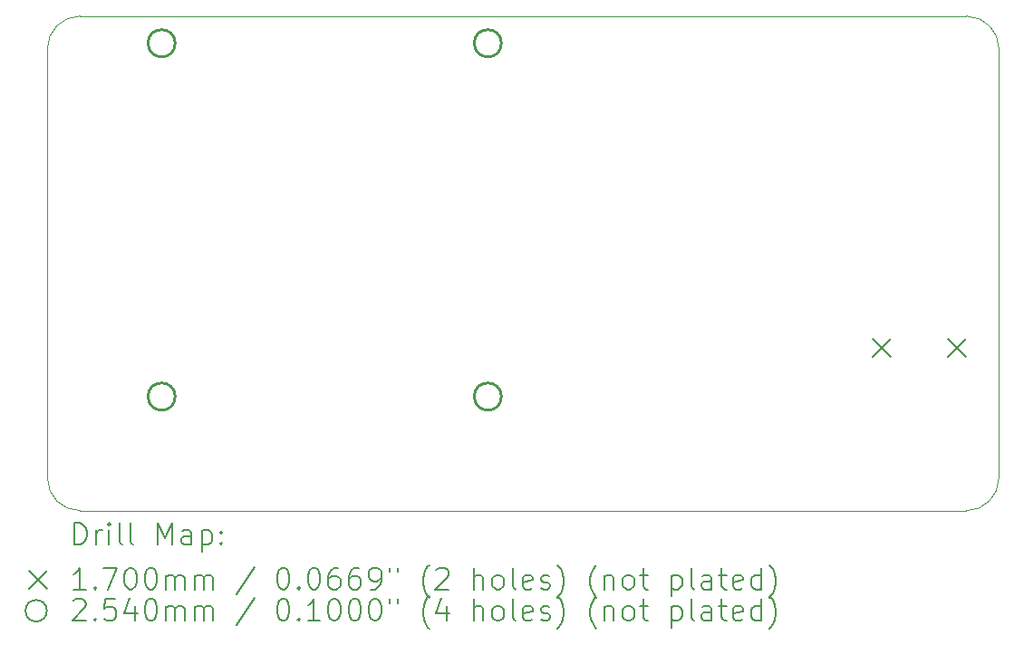
<source format=gbr>
%TF.GenerationSoftware,KiCad,Pcbnew,(6.0.9)*%
%TF.CreationDate,2022-12-29T20:38:57-05:00*%
%TF.ProjectId,led_controller,6c65645f-636f-46e7-9472-6f6c6c65722e,rev?*%
%TF.SameCoordinates,Original*%
%TF.FileFunction,Drillmap*%
%TF.FilePolarity,Positive*%
%FSLAX45Y45*%
G04 Gerber Fmt 4.5, Leading zero omitted, Abs format (unit mm)*
G04 Created by KiCad (PCBNEW (6.0.9)) date 2022-12-29 20:38:57*
%MOMM*%
%LPD*%
G01*
G04 APERTURE LIST*
%ADD10C,0.100000*%
%ADD11C,0.200000*%
%ADD12C,0.170000*%
%ADD13C,0.254000*%
G04 APERTURE END LIST*
D10*
X17907000Y-9017000D02*
X17907000Y-13030200D01*
X9017000Y-13030200D02*
X9017000Y-9017000D01*
X17602200Y-13335000D02*
X9321800Y-13335000D01*
X9321800Y-8712200D02*
G75*
G03*
X9017000Y-9017000I0J-304800D01*
G01*
X9321800Y-8712200D02*
X17602200Y-8712200D01*
X17602200Y-13335000D02*
G75*
G03*
X17907000Y-13030200I0J304800D01*
G01*
X9017000Y-13030200D02*
G75*
G03*
X9321800Y-13335000I304800J0D01*
G01*
X17907000Y-9017000D02*
G75*
G03*
X17602200Y-8712200I-304800J0D01*
G01*
D11*
D12*
X16726250Y-11726000D02*
X16896250Y-11896000D01*
X16896250Y-11726000D02*
X16726250Y-11896000D01*
X17426250Y-11726000D02*
X17596250Y-11896000D01*
X17596250Y-11726000D02*
X17426250Y-11896000D01*
D13*
X10210800Y-8966200D02*
G75*
G03*
X10210800Y-8966200I-127000J0D01*
G01*
X10210800Y-12268200D02*
G75*
G03*
X10210800Y-12268200I-127000J0D01*
G01*
X13258800Y-8966200D02*
G75*
G03*
X13258800Y-8966200I-127000J0D01*
G01*
X13258800Y-12268200D02*
G75*
G03*
X13258800Y-12268200I-127000J0D01*
G01*
D11*
X9269619Y-13650476D02*
X9269619Y-13450476D01*
X9317238Y-13450476D01*
X9345810Y-13460000D01*
X9364857Y-13479048D01*
X9374381Y-13498095D01*
X9383905Y-13536190D01*
X9383905Y-13564762D01*
X9374381Y-13602857D01*
X9364857Y-13621905D01*
X9345810Y-13640952D01*
X9317238Y-13650476D01*
X9269619Y-13650476D01*
X9469619Y-13650476D02*
X9469619Y-13517143D01*
X9469619Y-13555238D02*
X9479143Y-13536190D01*
X9488667Y-13526667D01*
X9507714Y-13517143D01*
X9526762Y-13517143D01*
X9593429Y-13650476D02*
X9593429Y-13517143D01*
X9593429Y-13450476D02*
X9583905Y-13460000D01*
X9593429Y-13469524D01*
X9602952Y-13460000D01*
X9593429Y-13450476D01*
X9593429Y-13469524D01*
X9717238Y-13650476D02*
X9698190Y-13640952D01*
X9688667Y-13621905D01*
X9688667Y-13450476D01*
X9822000Y-13650476D02*
X9802952Y-13640952D01*
X9793429Y-13621905D01*
X9793429Y-13450476D01*
X10050571Y-13650476D02*
X10050571Y-13450476D01*
X10117238Y-13593333D01*
X10183905Y-13450476D01*
X10183905Y-13650476D01*
X10364857Y-13650476D02*
X10364857Y-13545714D01*
X10355333Y-13526667D01*
X10336286Y-13517143D01*
X10298190Y-13517143D01*
X10279143Y-13526667D01*
X10364857Y-13640952D02*
X10345810Y-13650476D01*
X10298190Y-13650476D01*
X10279143Y-13640952D01*
X10269619Y-13621905D01*
X10269619Y-13602857D01*
X10279143Y-13583809D01*
X10298190Y-13574286D01*
X10345810Y-13574286D01*
X10364857Y-13564762D01*
X10460095Y-13517143D02*
X10460095Y-13717143D01*
X10460095Y-13526667D02*
X10479143Y-13517143D01*
X10517238Y-13517143D01*
X10536286Y-13526667D01*
X10545810Y-13536190D01*
X10555333Y-13555238D01*
X10555333Y-13612381D01*
X10545810Y-13631428D01*
X10536286Y-13640952D01*
X10517238Y-13650476D01*
X10479143Y-13650476D01*
X10460095Y-13640952D01*
X10641048Y-13631428D02*
X10650571Y-13640952D01*
X10641048Y-13650476D01*
X10631524Y-13640952D01*
X10641048Y-13631428D01*
X10641048Y-13650476D01*
X10641048Y-13526667D02*
X10650571Y-13536190D01*
X10641048Y-13545714D01*
X10631524Y-13536190D01*
X10641048Y-13526667D01*
X10641048Y-13545714D01*
D12*
X8842000Y-13895000D02*
X9012000Y-14065000D01*
X9012000Y-13895000D02*
X8842000Y-14065000D01*
D11*
X9374381Y-14070476D02*
X9260095Y-14070476D01*
X9317238Y-14070476D02*
X9317238Y-13870476D01*
X9298190Y-13899048D01*
X9279143Y-13918095D01*
X9260095Y-13927619D01*
X9460095Y-14051428D02*
X9469619Y-14060952D01*
X9460095Y-14070476D01*
X9450571Y-14060952D01*
X9460095Y-14051428D01*
X9460095Y-14070476D01*
X9536286Y-13870476D02*
X9669619Y-13870476D01*
X9583905Y-14070476D01*
X9783905Y-13870476D02*
X9802952Y-13870476D01*
X9822000Y-13880000D01*
X9831524Y-13889524D01*
X9841048Y-13908571D01*
X9850571Y-13946667D01*
X9850571Y-13994286D01*
X9841048Y-14032381D01*
X9831524Y-14051428D01*
X9822000Y-14060952D01*
X9802952Y-14070476D01*
X9783905Y-14070476D01*
X9764857Y-14060952D01*
X9755333Y-14051428D01*
X9745810Y-14032381D01*
X9736286Y-13994286D01*
X9736286Y-13946667D01*
X9745810Y-13908571D01*
X9755333Y-13889524D01*
X9764857Y-13880000D01*
X9783905Y-13870476D01*
X9974381Y-13870476D02*
X9993429Y-13870476D01*
X10012476Y-13880000D01*
X10022000Y-13889524D01*
X10031524Y-13908571D01*
X10041048Y-13946667D01*
X10041048Y-13994286D01*
X10031524Y-14032381D01*
X10022000Y-14051428D01*
X10012476Y-14060952D01*
X9993429Y-14070476D01*
X9974381Y-14070476D01*
X9955333Y-14060952D01*
X9945810Y-14051428D01*
X9936286Y-14032381D01*
X9926762Y-13994286D01*
X9926762Y-13946667D01*
X9936286Y-13908571D01*
X9945810Y-13889524D01*
X9955333Y-13880000D01*
X9974381Y-13870476D01*
X10126762Y-14070476D02*
X10126762Y-13937143D01*
X10126762Y-13956190D02*
X10136286Y-13946667D01*
X10155333Y-13937143D01*
X10183905Y-13937143D01*
X10202952Y-13946667D01*
X10212476Y-13965714D01*
X10212476Y-14070476D01*
X10212476Y-13965714D02*
X10222000Y-13946667D01*
X10241048Y-13937143D01*
X10269619Y-13937143D01*
X10288667Y-13946667D01*
X10298190Y-13965714D01*
X10298190Y-14070476D01*
X10393429Y-14070476D02*
X10393429Y-13937143D01*
X10393429Y-13956190D02*
X10402952Y-13946667D01*
X10422000Y-13937143D01*
X10450571Y-13937143D01*
X10469619Y-13946667D01*
X10479143Y-13965714D01*
X10479143Y-14070476D01*
X10479143Y-13965714D02*
X10488667Y-13946667D01*
X10507714Y-13937143D01*
X10536286Y-13937143D01*
X10555333Y-13946667D01*
X10564857Y-13965714D01*
X10564857Y-14070476D01*
X10955333Y-13860952D02*
X10783905Y-14118095D01*
X11212476Y-13870476D02*
X11231524Y-13870476D01*
X11250571Y-13880000D01*
X11260095Y-13889524D01*
X11269619Y-13908571D01*
X11279143Y-13946667D01*
X11279143Y-13994286D01*
X11269619Y-14032381D01*
X11260095Y-14051428D01*
X11250571Y-14060952D01*
X11231524Y-14070476D01*
X11212476Y-14070476D01*
X11193428Y-14060952D01*
X11183905Y-14051428D01*
X11174381Y-14032381D01*
X11164857Y-13994286D01*
X11164857Y-13946667D01*
X11174381Y-13908571D01*
X11183905Y-13889524D01*
X11193428Y-13880000D01*
X11212476Y-13870476D01*
X11364857Y-14051428D02*
X11374381Y-14060952D01*
X11364857Y-14070476D01*
X11355333Y-14060952D01*
X11364857Y-14051428D01*
X11364857Y-14070476D01*
X11498190Y-13870476D02*
X11517238Y-13870476D01*
X11536286Y-13880000D01*
X11545809Y-13889524D01*
X11555333Y-13908571D01*
X11564857Y-13946667D01*
X11564857Y-13994286D01*
X11555333Y-14032381D01*
X11545809Y-14051428D01*
X11536286Y-14060952D01*
X11517238Y-14070476D01*
X11498190Y-14070476D01*
X11479143Y-14060952D01*
X11469619Y-14051428D01*
X11460095Y-14032381D01*
X11450571Y-13994286D01*
X11450571Y-13946667D01*
X11460095Y-13908571D01*
X11469619Y-13889524D01*
X11479143Y-13880000D01*
X11498190Y-13870476D01*
X11736286Y-13870476D02*
X11698190Y-13870476D01*
X11679143Y-13880000D01*
X11669619Y-13889524D01*
X11650571Y-13918095D01*
X11641048Y-13956190D01*
X11641048Y-14032381D01*
X11650571Y-14051428D01*
X11660095Y-14060952D01*
X11679143Y-14070476D01*
X11717238Y-14070476D01*
X11736286Y-14060952D01*
X11745809Y-14051428D01*
X11755333Y-14032381D01*
X11755333Y-13984762D01*
X11745809Y-13965714D01*
X11736286Y-13956190D01*
X11717238Y-13946667D01*
X11679143Y-13946667D01*
X11660095Y-13956190D01*
X11650571Y-13965714D01*
X11641048Y-13984762D01*
X11926762Y-13870476D02*
X11888667Y-13870476D01*
X11869619Y-13880000D01*
X11860095Y-13889524D01*
X11841048Y-13918095D01*
X11831524Y-13956190D01*
X11831524Y-14032381D01*
X11841048Y-14051428D01*
X11850571Y-14060952D01*
X11869619Y-14070476D01*
X11907714Y-14070476D01*
X11926762Y-14060952D01*
X11936286Y-14051428D01*
X11945809Y-14032381D01*
X11945809Y-13984762D01*
X11936286Y-13965714D01*
X11926762Y-13956190D01*
X11907714Y-13946667D01*
X11869619Y-13946667D01*
X11850571Y-13956190D01*
X11841048Y-13965714D01*
X11831524Y-13984762D01*
X12041048Y-14070476D02*
X12079143Y-14070476D01*
X12098190Y-14060952D01*
X12107714Y-14051428D01*
X12126762Y-14022857D01*
X12136286Y-13984762D01*
X12136286Y-13908571D01*
X12126762Y-13889524D01*
X12117238Y-13880000D01*
X12098190Y-13870476D01*
X12060095Y-13870476D01*
X12041048Y-13880000D01*
X12031524Y-13889524D01*
X12022000Y-13908571D01*
X12022000Y-13956190D01*
X12031524Y-13975238D01*
X12041048Y-13984762D01*
X12060095Y-13994286D01*
X12098190Y-13994286D01*
X12117238Y-13984762D01*
X12126762Y-13975238D01*
X12136286Y-13956190D01*
X12212476Y-13870476D02*
X12212476Y-13908571D01*
X12288667Y-13870476D02*
X12288667Y-13908571D01*
X12583905Y-14146667D02*
X12574381Y-14137143D01*
X12555333Y-14108571D01*
X12545809Y-14089524D01*
X12536286Y-14060952D01*
X12526762Y-14013333D01*
X12526762Y-13975238D01*
X12536286Y-13927619D01*
X12545809Y-13899048D01*
X12555333Y-13880000D01*
X12574381Y-13851428D01*
X12583905Y-13841905D01*
X12650571Y-13889524D02*
X12660095Y-13880000D01*
X12679143Y-13870476D01*
X12726762Y-13870476D01*
X12745809Y-13880000D01*
X12755333Y-13889524D01*
X12764857Y-13908571D01*
X12764857Y-13927619D01*
X12755333Y-13956190D01*
X12641048Y-14070476D01*
X12764857Y-14070476D01*
X13002952Y-14070476D02*
X13002952Y-13870476D01*
X13088667Y-14070476D02*
X13088667Y-13965714D01*
X13079143Y-13946667D01*
X13060095Y-13937143D01*
X13031524Y-13937143D01*
X13012476Y-13946667D01*
X13002952Y-13956190D01*
X13212476Y-14070476D02*
X13193428Y-14060952D01*
X13183905Y-14051428D01*
X13174381Y-14032381D01*
X13174381Y-13975238D01*
X13183905Y-13956190D01*
X13193428Y-13946667D01*
X13212476Y-13937143D01*
X13241048Y-13937143D01*
X13260095Y-13946667D01*
X13269619Y-13956190D01*
X13279143Y-13975238D01*
X13279143Y-14032381D01*
X13269619Y-14051428D01*
X13260095Y-14060952D01*
X13241048Y-14070476D01*
X13212476Y-14070476D01*
X13393428Y-14070476D02*
X13374381Y-14060952D01*
X13364857Y-14041905D01*
X13364857Y-13870476D01*
X13545809Y-14060952D02*
X13526762Y-14070476D01*
X13488667Y-14070476D01*
X13469619Y-14060952D01*
X13460095Y-14041905D01*
X13460095Y-13965714D01*
X13469619Y-13946667D01*
X13488667Y-13937143D01*
X13526762Y-13937143D01*
X13545809Y-13946667D01*
X13555333Y-13965714D01*
X13555333Y-13984762D01*
X13460095Y-14003809D01*
X13631524Y-14060952D02*
X13650571Y-14070476D01*
X13688667Y-14070476D01*
X13707714Y-14060952D01*
X13717238Y-14041905D01*
X13717238Y-14032381D01*
X13707714Y-14013333D01*
X13688667Y-14003809D01*
X13660095Y-14003809D01*
X13641048Y-13994286D01*
X13631524Y-13975238D01*
X13631524Y-13965714D01*
X13641048Y-13946667D01*
X13660095Y-13937143D01*
X13688667Y-13937143D01*
X13707714Y-13946667D01*
X13783905Y-14146667D02*
X13793428Y-14137143D01*
X13812476Y-14108571D01*
X13822000Y-14089524D01*
X13831524Y-14060952D01*
X13841048Y-14013333D01*
X13841048Y-13975238D01*
X13831524Y-13927619D01*
X13822000Y-13899048D01*
X13812476Y-13880000D01*
X13793428Y-13851428D01*
X13783905Y-13841905D01*
X14145809Y-14146667D02*
X14136286Y-14137143D01*
X14117238Y-14108571D01*
X14107714Y-14089524D01*
X14098190Y-14060952D01*
X14088667Y-14013333D01*
X14088667Y-13975238D01*
X14098190Y-13927619D01*
X14107714Y-13899048D01*
X14117238Y-13880000D01*
X14136286Y-13851428D01*
X14145809Y-13841905D01*
X14222000Y-13937143D02*
X14222000Y-14070476D01*
X14222000Y-13956190D02*
X14231524Y-13946667D01*
X14250571Y-13937143D01*
X14279143Y-13937143D01*
X14298190Y-13946667D01*
X14307714Y-13965714D01*
X14307714Y-14070476D01*
X14431524Y-14070476D02*
X14412476Y-14060952D01*
X14402952Y-14051428D01*
X14393428Y-14032381D01*
X14393428Y-13975238D01*
X14402952Y-13956190D01*
X14412476Y-13946667D01*
X14431524Y-13937143D01*
X14460095Y-13937143D01*
X14479143Y-13946667D01*
X14488667Y-13956190D01*
X14498190Y-13975238D01*
X14498190Y-14032381D01*
X14488667Y-14051428D01*
X14479143Y-14060952D01*
X14460095Y-14070476D01*
X14431524Y-14070476D01*
X14555333Y-13937143D02*
X14631524Y-13937143D01*
X14583905Y-13870476D02*
X14583905Y-14041905D01*
X14593428Y-14060952D01*
X14612476Y-14070476D01*
X14631524Y-14070476D01*
X14850571Y-13937143D02*
X14850571Y-14137143D01*
X14850571Y-13946667D02*
X14869619Y-13937143D01*
X14907714Y-13937143D01*
X14926762Y-13946667D01*
X14936286Y-13956190D01*
X14945809Y-13975238D01*
X14945809Y-14032381D01*
X14936286Y-14051428D01*
X14926762Y-14060952D01*
X14907714Y-14070476D01*
X14869619Y-14070476D01*
X14850571Y-14060952D01*
X15060095Y-14070476D02*
X15041048Y-14060952D01*
X15031524Y-14041905D01*
X15031524Y-13870476D01*
X15222000Y-14070476D02*
X15222000Y-13965714D01*
X15212476Y-13946667D01*
X15193428Y-13937143D01*
X15155333Y-13937143D01*
X15136286Y-13946667D01*
X15222000Y-14060952D02*
X15202952Y-14070476D01*
X15155333Y-14070476D01*
X15136286Y-14060952D01*
X15126762Y-14041905D01*
X15126762Y-14022857D01*
X15136286Y-14003809D01*
X15155333Y-13994286D01*
X15202952Y-13994286D01*
X15222000Y-13984762D01*
X15288667Y-13937143D02*
X15364857Y-13937143D01*
X15317238Y-13870476D02*
X15317238Y-14041905D01*
X15326762Y-14060952D01*
X15345809Y-14070476D01*
X15364857Y-14070476D01*
X15507714Y-14060952D02*
X15488667Y-14070476D01*
X15450571Y-14070476D01*
X15431524Y-14060952D01*
X15422000Y-14041905D01*
X15422000Y-13965714D01*
X15431524Y-13946667D01*
X15450571Y-13937143D01*
X15488667Y-13937143D01*
X15507714Y-13946667D01*
X15517238Y-13965714D01*
X15517238Y-13984762D01*
X15422000Y-14003809D01*
X15688667Y-14070476D02*
X15688667Y-13870476D01*
X15688667Y-14060952D02*
X15669619Y-14070476D01*
X15631524Y-14070476D01*
X15612476Y-14060952D01*
X15602952Y-14051428D01*
X15593428Y-14032381D01*
X15593428Y-13975238D01*
X15602952Y-13956190D01*
X15612476Y-13946667D01*
X15631524Y-13937143D01*
X15669619Y-13937143D01*
X15688667Y-13946667D01*
X15764857Y-14146667D02*
X15774381Y-14137143D01*
X15793428Y-14108571D01*
X15802952Y-14089524D01*
X15812476Y-14060952D01*
X15822000Y-14013333D01*
X15822000Y-13975238D01*
X15812476Y-13927619D01*
X15802952Y-13899048D01*
X15793428Y-13880000D01*
X15774381Y-13851428D01*
X15764857Y-13841905D01*
X9012000Y-14270000D02*
G75*
G03*
X9012000Y-14270000I-100000J0D01*
G01*
X9260095Y-14179524D02*
X9269619Y-14170000D01*
X9288667Y-14160476D01*
X9336286Y-14160476D01*
X9355333Y-14170000D01*
X9364857Y-14179524D01*
X9374381Y-14198571D01*
X9374381Y-14217619D01*
X9364857Y-14246190D01*
X9250571Y-14360476D01*
X9374381Y-14360476D01*
X9460095Y-14341428D02*
X9469619Y-14350952D01*
X9460095Y-14360476D01*
X9450571Y-14350952D01*
X9460095Y-14341428D01*
X9460095Y-14360476D01*
X9650571Y-14160476D02*
X9555333Y-14160476D01*
X9545810Y-14255714D01*
X9555333Y-14246190D01*
X9574381Y-14236667D01*
X9622000Y-14236667D01*
X9641048Y-14246190D01*
X9650571Y-14255714D01*
X9660095Y-14274762D01*
X9660095Y-14322381D01*
X9650571Y-14341428D01*
X9641048Y-14350952D01*
X9622000Y-14360476D01*
X9574381Y-14360476D01*
X9555333Y-14350952D01*
X9545810Y-14341428D01*
X9831524Y-14227143D02*
X9831524Y-14360476D01*
X9783905Y-14150952D02*
X9736286Y-14293809D01*
X9860095Y-14293809D01*
X9974381Y-14160476D02*
X9993429Y-14160476D01*
X10012476Y-14170000D01*
X10022000Y-14179524D01*
X10031524Y-14198571D01*
X10041048Y-14236667D01*
X10041048Y-14284286D01*
X10031524Y-14322381D01*
X10022000Y-14341428D01*
X10012476Y-14350952D01*
X9993429Y-14360476D01*
X9974381Y-14360476D01*
X9955333Y-14350952D01*
X9945810Y-14341428D01*
X9936286Y-14322381D01*
X9926762Y-14284286D01*
X9926762Y-14236667D01*
X9936286Y-14198571D01*
X9945810Y-14179524D01*
X9955333Y-14170000D01*
X9974381Y-14160476D01*
X10126762Y-14360476D02*
X10126762Y-14227143D01*
X10126762Y-14246190D02*
X10136286Y-14236667D01*
X10155333Y-14227143D01*
X10183905Y-14227143D01*
X10202952Y-14236667D01*
X10212476Y-14255714D01*
X10212476Y-14360476D01*
X10212476Y-14255714D02*
X10222000Y-14236667D01*
X10241048Y-14227143D01*
X10269619Y-14227143D01*
X10288667Y-14236667D01*
X10298190Y-14255714D01*
X10298190Y-14360476D01*
X10393429Y-14360476D02*
X10393429Y-14227143D01*
X10393429Y-14246190D02*
X10402952Y-14236667D01*
X10422000Y-14227143D01*
X10450571Y-14227143D01*
X10469619Y-14236667D01*
X10479143Y-14255714D01*
X10479143Y-14360476D01*
X10479143Y-14255714D02*
X10488667Y-14236667D01*
X10507714Y-14227143D01*
X10536286Y-14227143D01*
X10555333Y-14236667D01*
X10564857Y-14255714D01*
X10564857Y-14360476D01*
X10955333Y-14150952D02*
X10783905Y-14408095D01*
X11212476Y-14160476D02*
X11231524Y-14160476D01*
X11250571Y-14170000D01*
X11260095Y-14179524D01*
X11269619Y-14198571D01*
X11279143Y-14236667D01*
X11279143Y-14284286D01*
X11269619Y-14322381D01*
X11260095Y-14341428D01*
X11250571Y-14350952D01*
X11231524Y-14360476D01*
X11212476Y-14360476D01*
X11193428Y-14350952D01*
X11183905Y-14341428D01*
X11174381Y-14322381D01*
X11164857Y-14284286D01*
X11164857Y-14236667D01*
X11174381Y-14198571D01*
X11183905Y-14179524D01*
X11193428Y-14170000D01*
X11212476Y-14160476D01*
X11364857Y-14341428D02*
X11374381Y-14350952D01*
X11364857Y-14360476D01*
X11355333Y-14350952D01*
X11364857Y-14341428D01*
X11364857Y-14360476D01*
X11564857Y-14360476D02*
X11450571Y-14360476D01*
X11507714Y-14360476D02*
X11507714Y-14160476D01*
X11488667Y-14189048D01*
X11469619Y-14208095D01*
X11450571Y-14217619D01*
X11688667Y-14160476D02*
X11707714Y-14160476D01*
X11726762Y-14170000D01*
X11736286Y-14179524D01*
X11745809Y-14198571D01*
X11755333Y-14236667D01*
X11755333Y-14284286D01*
X11745809Y-14322381D01*
X11736286Y-14341428D01*
X11726762Y-14350952D01*
X11707714Y-14360476D01*
X11688667Y-14360476D01*
X11669619Y-14350952D01*
X11660095Y-14341428D01*
X11650571Y-14322381D01*
X11641048Y-14284286D01*
X11641048Y-14236667D01*
X11650571Y-14198571D01*
X11660095Y-14179524D01*
X11669619Y-14170000D01*
X11688667Y-14160476D01*
X11879143Y-14160476D02*
X11898190Y-14160476D01*
X11917238Y-14170000D01*
X11926762Y-14179524D01*
X11936286Y-14198571D01*
X11945809Y-14236667D01*
X11945809Y-14284286D01*
X11936286Y-14322381D01*
X11926762Y-14341428D01*
X11917238Y-14350952D01*
X11898190Y-14360476D01*
X11879143Y-14360476D01*
X11860095Y-14350952D01*
X11850571Y-14341428D01*
X11841048Y-14322381D01*
X11831524Y-14284286D01*
X11831524Y-14236667D01*
X11841048Y-14198571D01*
X11850571Y-14179524D01*
X11860095Y-14170000D01*
X11879143Y-14160476D01*
X12069619Y-14160476D02*
X12088667Y-14160476D01*
X12107714Y-14170000D01*
X12117238Y-14179524D01*
X12126762Y-14198571D01*
X12136286Y-14236667D01*
X12136286Y-14284286D01*
X12126762Y-14322381D01*
X12117238Y-14341428D01*
X12107714Y-14350952D01*
X12088667Y-14360476D01*
X12069619Y-14360476D01*
X12050571Y-14350952D01*
X12041048Y-14341428D01*
X12031524Y-14322381D01*
X12022000Y-14284286D01*
X12022000Y-14236667D01*
X12031524Y-14198571D01*
X12041048Y-14179524D01*
X12050571Y-14170000D01*
X12069619Y-14160476D01*
X12212476Y-14160476D02*
X12212476Y-14198571D01*
X12288667Y-14160476D02*
X12288667Y-14198571D01*
X12583905Y-14436667D02*
X12574381Y-14427143D01*
X12555333Y-14398571D01*
X12545809Y-14379524D01*
X12536286Y-14350952D01*
X12526762Y-14303333D01*
X12526762Y-14265238D01*
X12536286Y-14217619D01*
X12545809Y-14189048D01*
X12555333Y-14170000D01*
X12574381Y-14141428D01*
X12583905Y-14131905D01*
X12745809Y-14227143D02*
X12745809Y-14360476D01*
X12698190Y-14150952D02*
X12650571Y-14293809D01*
X12774381Y-14293809D01*
X13002952Y-14360476D02*
X13002952Y-14160476D01*
X13088667Y-14360476D02*
X13088667Y-14255714D01*
X13079143Y-14236667D01*
X13060095Y-14227143D01*
X13031524Y-14227143D01*
X13012476Y-14236667D01*
X13002952Y-14246190D01*
X13212476Y-14360476D02*
X13193428Y-14350952D01*
X13183905Y-14341428D01*
X13174381Y-14322381D01*
X13174381Y-14265238D01*
X13183905Y-14246190D01*
X13193428Y-14236667D01*
X13212476Y-14227143D01*
X13241048Y-14227143D01*
X13260095Y-14236667D01*
X13269619Y-14246190D01*
X13279143Y-14265238D01*
X13279143Y-14322381D01*
X13269619Y-14341428D01*
X13260095Y-14350952D01*
X13241048Y-14360476D01*
X13212476Y-14360476D01*
X13393428Y-14360476D02*
X13374381Y-14350952D01*
X13364857Y-14331905D01*
X13364857Y-14160476D01*
X13545809Y-14350952D02*
X13526762Y-14360476D01*
X13488667Y-14360476D01*
X13469619Y-14350952D01*
X13460095Y-14331905D01*
X13460095Y-14255714D01*
X13469619Y-14236667D01*
X13488667Y-14227143D01*
X13526762Y-14227143D01*
X13545809Y-14236667D01*
X13555333Y-14255714D01*
X13555333Y-14274762D01*
X13460095Y-14293809D01*
X13631524Y-14350952D02*
X13650571Y-14360476D01*
X13688667Y-14360476D01*
X13707714Y-14350952D01*
X13717238Y-14331905D01*
X13717238Y-14322381D01*
X13707714Y-14303333D01*
X13688667Y-14293809D01*
X13660095Y-14293809D01*
X13641048Y-14284286D01*
X13631524Y-14265238D01*
X13631524Y-14255714D01*
X13641048Y-14236667D01*
X13660095Y-14227143D01*
X13688667Y-14227143D01*
X13707714Y-14236667D01*
X13783905Y-14436667D02*
X13793428Y-14427143D01*
X13812476Y-14398571D01*
X13822000Y-14379524D01*
X13831524Y-14350952D01*
X13841048Y-14303333D01*
X13841048Y-14265238D01*
X13831524Y-14217619D01*
X13822000Y-14189048D01*
X13812476Y-14170000D01*
X13793428Y-14141428D01*
X13783905Y-14131905D01*
X14145809Y-14436667D02*
X14136286Y-14427143D01*
X14117238Y-14398571D01*
X14107714Y-14379524D01*
X14098190Y-14350952D01*
X14088667Y-14303333D01*
X14088667Y-14265238D01*
X14098190Y-14217619D01*
X14107714Y-14189048D01*
X14117238Y-14170000D01*
X14136286Y-14141428D01*
X14145809Y-14131905D01*
X14222000Y-14227143D02*
X14222000Y-14360476D01*
X14222000Y-14246190D02*
X14231524Y-14236667D01*
X14250571Y-14227143D01*
X14279143Y-14227143D01*
X14298190Y-14236667D01*
X14307714Y-14255714D01*
X14307714Y-14360476D01*
X14431524Y-14360476D02*
X14412476Y-14350952D01*
X14402952Y-14341428D01*
X14393428Y-14322381D01*
X14393428Y-14265238D01*
X14402952Y-14246190D01*
X14412476Y-14236667D01*
X14431524Y-14227143D01*
X14460095Y-14227143D01*
X14479143Y-14236667D01*
X14488667Y-14246190D01*
X14498190Y-14265238D01*
X14498190Y-14322381D01*
X14488667Y-14341428D01*
X14479143Y-14350952D01*
X14460095Y-14360476D01*
X14431524Y-14360476D01*
X14555333Y-14227143D02*
X14631524Y-14227143D01*
X14583905Y-14160476D02*
X14583905Y-14331905D01*
X14593428Y-14350952D01*
X14612476Y-14360476D01*
X14631524Y-14360476D01*
X14850571Y-14227143D02*
X14850571Y-14427143D01*
X14850571Y-14236667D02*
X14869619Y-14227143D01*
X14907714Y-14227143D01*
X14926762Y-14236667D01*
X14936286Y-14246190D01*
X14945809Y-14265238D01*
X14945809Y-14322381D01*
X14936286Y-14341428D01*
X14926762Y-14350952D01*
X14907714Y-14360476D01*
X14869619Y-14360476D01*
X14850571Y-14350952D01*
X15060095Y-14360476D02*
X15041048Y-14350952D01*
X15031524Y-14331905D01*
X15031524Y-14160476D01*
X15222000Y-14360476D02*
X15222000Y-14255714D01*
X15212476Y-14236667D01*
X15193428Y-14227143D01*
X15155333Y-14227143D01*
X15136286Y-14236667D01*
X15222000Y-14350952D02*
X15202952Y-14360476D01*
X15155333Y-14360476D01*
X15136286Y-14350952D01*
X15126762Y-14331905D01*
X15126762Y-14312857D01*
X15136286Y-14293809D01*
X15155333Y-14284286D01*
X15202952Y-14284286D01*
X15222000Y-14274762D01*
X15288667Y-14227143D02*
X15364857Y-14227143D01*
X15317238Y-14160476D02*
X15317238Y-14331905D01*
X15326762Y-14350952D01*
X15345809Y-14360476D01*
X15364857Y-14360476D01*
X15507714Y-14350952D02*
X15488667Y-14360476D01*
X15450571Y-14360476D01*
X15431524Y-14350952D01*
X15422000Y-14331905D01*
X15422000Y-14255714D01*
X15431524Y-14236667D01*
X15450571Y-14227143D01*
X15488667Y-14227143D01*
X15507714Y-14236667D01*
X15517238Y-14255714D01*
X15517238Y-14274762D01*
X15422000Y-14293809D01*
X15688667Y-14360476D02*
X15688667Y-14160476D01*
X15688667Y-14350952D02*
X15669619Y-14360476D01*
X15631524Y-14360476D01*
X15612476Y-14350952D01*
X15602952Y-14341428D01*
X15593428Y-14322381D01*
X15593428Y-14265238D01*
X15602952Y-14246190D01*
X15612476Y-14236667D01*
X15631524Y-14227143D01*
X15669619Y-14227143D01*
X15688667Y-14236667D01*
X15764857Y-14436667D02*
X15774381Y-14427143D01*
X15793428Y-14398571D01*
X15802952Y-14379524D01*
X15812476Y-14350952D01*
X15822000Y-14303333D01*
X15822000Y-14265238D01*
X15812476Y-14217619D01*
X15802952Y-14189048D01*
X15793428Y-14170000D01*
X15774381Y-14141428D01*
X15764857Y-14131905D01*
M02*

</source>
